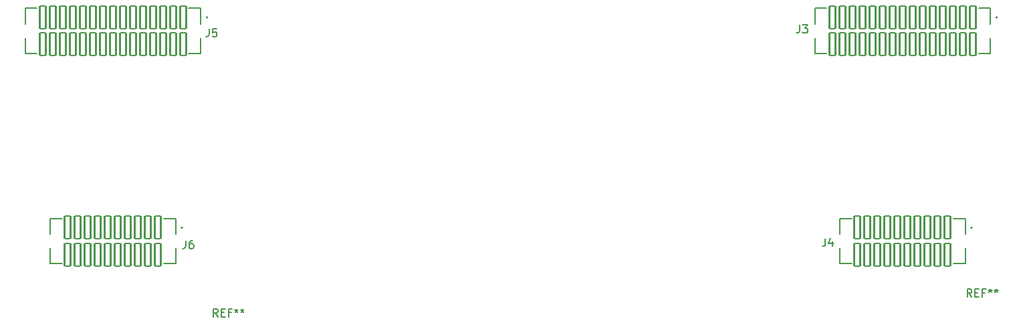
<source format=gto>
%TF.GenerationSoftware,KiCad,Pcbnew,8.0.3-8.0.3-0~ubuntu24.04.1*%
%TF.CreationDate,2024-07-09T09:34:28+02:00*%
%TF.ProjectId,MainBoard,4d61696e-426f-4617-9264-2e6b69636164,rev?*%
%TF.SameCoordinates,Original*%
%TF.FileFunction,Legend,Top*%
%TF.FilePolarity,Positive*%
%FSLAX46Y46*%
G04 Gerber Fmt 4.6, Leading zero omitted, Abs format (unit mm)*
G04 Created by KiCad (PCBNEW 8.0.3-8.0.3-0~ubuntu24.04.1) date 2024-07-09 09:34:28*
%MOMM*%
%LPD*%
G01*
G04 APERTURE LIST*
G04 Aperture macros list*
%AMRoundRect*
0 Rectangle with rounded corners*
0 $1 Rounding radius*
0 $2 $3 $4 $5 $6 $7 $8 $9 X,Y pos of 4 corners*
0 Add a 4 corners polygon primitive as box body*
4,1,4,$2,$3,$4,$5,$6,$7,$8,$9,$2,$3,0*
0 Add four circle primitives for the rounded corners*
1,1,$1+$1,$2,$3*
1,1,$1+$1,$4,$5*
1,1,$1+$1,$6,$7*
1,1,$1+$1,$8,$9*
0 Add four rect primitives between the rounded corners*
20,1,$1+$1,$2,$3,$4,$5,0*
20,1,$1+$1,$4,$5,$6,$7,0*
20,1,$1+$1,$6,$7,$8,$9,0*
20,1,$1+$1,$8,$9,$2,$3,0*%
G04 Aperture macros list end*
%ADD10C,0.150000*%
%ADD11C,0.200000*%
%ADD12C,1.190000*%
%ADD13RoundRect,0.102000X0.370000X1.460000X-0.370000X1.460000X-0.370000X-1.460000X0.370000X-1.460000X0*%
%ADD14C,3.500000*%
%ADD15C,1.420000*%
G04 APERTURE END LIST*
D10*
X50116666Y-95054819D02*
X50116666Y-95769104D01*
X50116666Y-95769104D02*
X50069047Y-95911961D01*
X50069047Y-95911961D02*
X49973809Y-96007200D01*
X49973809Y-96007200D02*
X49830952Y-96054819D01*
X49830952Y-96054819D02*
X49735714Y-96054819D01*
X51021428Y-95054819D02*
X50830952Y-95054819D01*
X50830952Y-95054819D02*
X50735714Y-95102438D01*
X50735714Y-95102438D02*
X50688095Y-95150057D01*
X50688095Y-95150057D02*
X50592857Y-95292914D01*
X50592857Y-95292914D02*
X50545238Y-95483390D01*
X50545238Y-95483390D02*
X50545238Y-95864342D01*
X50545238Y-95864342D02*
X50592857Y-95959580D01*
X50592857Y-95959580D02*
X50640476Y-96007200D01*
X50640476Y-96007200D02*
X50735714Y-96054819D01*
X50735714Y-96054819D02*
X50926190Y-96054819D01*
X50926190Y-96054819D02*
X51021428Y-96007200D01*
X51021428Y-96007200D02*
X51069047Y-95959580D01*
X51069047Y-95959580D02*
X51116666Y-95864342D01*
X51116666Y-95864342D02*
X51116666Y-95626247D01*
X51116666Y-95626247D02*
X51069047Y-95531009D01*
X51069047Y-95531009D02*
X51021428Y-95483390D01*
X51021428Y-95483390D02*
X50926190Y-95435771D01*
X50926190Y-95435771D02*
X50735714Y-95435771D01*
X50735714Y-95435771D02*
X50640476Y-95483390D01*
X50640476Y-95483390D02*
X50592857Y-95531009D01*
X50592857Y-95531009D02*
X50545238Y-95626247D01*
X54191666Y-104679819D02*
X53858333Y-104203628D01*
X53620238Y-104679819D02*
X53620238Y-103679819D01*
X53620238Y-103679819D02*
X54001190Y-103679819D01*
X54001190Y-103679819D02*
X54096428Y-103727438D01*
X54096428Y-103727438D02*
X54144047Y-103775057D01*
X54144047Y-103775057D02*
X54191666Y-103870295D01*
X54191666Y-103870295D02*
X54191666Y-104013152D01*
X54191666Y-104013152D02*
X54144047Y-104108390D01*
X54144047Y-104108390D02*
X54096428Y-104156009D01*
X54096428Y-104156009D02*
X54001190Y-104203628D01*
X54001190Y-104203628D02*
X53620238Y-104203628D01*
X54620238Y-104156009D02*
X54953571Y-104156009D01*
X55096428Y-104679819D02*
X54620238Y-104679819D01*
X54620238Y-104679819D02*
X54620238Y-103679819D01*
X54620238Y-103679819D02*
X55096428Y-103679819D01*
X55858333Y-104156009D02*
X55525000Y-104156009D01*
X55525000Y-104679819D02*
X55525000Y-103679819D01*
X55525000Y-103679819D02*
X56001190Y-103679819D01*
X56525000Y-103679819D02*
X56525000Y-103917914D01*
X56286905Y-103822676D02*
X56525000Y-103917914D01*
X56525000Y-103917914D02*
X56763095Y-103822676D01*
X56382143Y-104108390D02*
X56525000Y-103917914D01*
X56525000Y-103917914D02*
X56667857Y-104108390D01*
X57286905Y-103679819D02*
X57286905Y-103917914D01*
X57048810Y-103822676D02*
X57286905Y-103917914D01*
X57286905Y-103917914D02*
X57525000Y-103822676D01*
X57144048Y-104108390D02*
X57286905Y-103917914D01*
X57286905Y-103917914D02*
X57429762Y-104108390D01*
X131091666Y-94779819D02*
X131091666Y-95494104D01*
X131091666Y-95494104D02*
X131044047Y-95636961D01*
X131044047Y-95636961D02*
X130948809Y-95732200D01*
X130948809Y-95732200D02*
X130805952Y-95779819D01*
X130805952Y-95779819D02*
X130710714Y-95779819D01*
X131996428Y-95113152D02*
X131996428Y-95779819D01*
X131758333Y-94732200D02*
X131520238Y-95446485D01*
X131520238Y-95446485D02*
X132139285Y-95446485D01*
X127841666Y-67754819D02*
X127841666Y-68469104D01*
X127841666Y-68469104D02*
X127794047Y-68611961D01*
X127794047Y-68611961D02*
X127698809Y-68707200D01*
X127698809Y-68707200D02*
X127555952Y-68754819D01*
X127555952Y-68754819D02*
X127460714Y-68754819D01*
X128222619Y-67754819D02*
X128841666Y-67754819D01*
X128841666Y-67754819D02*
X128508333Y-68135771D01*
X128508333Y-68135771D02*
X128651190Y-68135771D01*
X128651190Y-68135771D02*
X128746428Y-68183390D01*
X128746428Y-68183390D02*
X128794047Y-68231009D01*
X128794047Y-68231009D02*
X128841666Y-68326247D01*
X128841666Y-68326247D02*
X128841666Y-68564342D01*
X128841666Y-68564342D02*
X128794047Y-68659580D01*
X128794047Y-68659580D02*
X128746428Y-68707200D01*
X128746428Y-68707200D02*
X128651190Y-68754819D01*
X128651190Y-68754819D02*
X128365476Y-68754819D01*
X128365476Y-68754819D02*
X128270238Y-68707200D01*
X128270238Y-68707200D02*
X128222619Y-68659580D01*
X149641666Y-102179819D02*
X149308333Y-101703628D01*
X149070238Y-102179819D02*
X149070238Y-101179819D01*
X149070238Y-101179819D02*
X149451190Y-101179819D01*
X149451190Y-101179819D02*
X149546428Y-101227438D01*
X149546428Y-101227438D02*
X149594047Y-101275057D01*
X149594047Y-101275057D02*
X149641666Y-101370295D01*
X149641666Y-101370295D02*
X149641666Y-101513152D01*
X149641666Y-101513152D02*
X149594047Y-101608390D01*
X149594047Y-101608390D02*
X149546428Y-101656009D01*
X149546428Y-101656009D02*
X149451190Y-101703628D01*
X149451190Y-101703628D02*
X149070238Y-101703628D01*
X150070238Y-101656009D02*
X150403571Y-101656009D01*
X150546428Y-102179819D02*
X150070238Y-102179819D01*
X150070238Y-102179819D02*
X150070238Y-101179819D01*
X150070238Y-101179819D02*
X150546428Y-101179819D01*
X151308333Y-101656009D02*
X150975000Y-101656009D01*
X150975000Y-102179819D02*
X150975000Y-101179819D01*
X150975000Y-101179819D02*
X151451190Y-101179819D01*
X151975000Y-101179819D02*
X151975000Y-101417914D01*
X151736905Y-101322676D02*
X151975000Y-101417914D01*
X151975000Y-101417914D02*
X152213095Y-101322676D01*
X151832143Y-101608390D02*
X151975000Y-101417914D01*
X151975000Y-101417914D02*
X152117857Y-101608390D01*
X152736905Y-101179819D02*
X152736905Y-101417914D01*
X152498810Y-101322676D02*
X152736905Y-101417914D01*
X152736905Y-101417914D02*
X152975000Y-101322676D01*
X152594048Y-101608390D02*
X152736905Y-101417914D01*
X152736905Y-101417914D02*
X152879762Y-101608390D01*
X53066666Y-68229819D02*
X53066666Y-68944104D01*
X53066666Y-68944104D02*
X53019047Y-69086961D01*
X53019047Y-69086961D02*
X52923809Y-69182200D01*
X52923809Y-69182200D02*
X52780952Y-69229819D01*
X52780952Y-69229819D02*
X52685714Y-69229819D01*
X54019047Y-68229819D02*
X53542857Y-68229819D01*
X53542857Y-68229819D02*
X53495238Y-68706009D01*
X53495238Y-68706009D02*
X53542857Y-68658390D01*
X53542857Y-68658390D02*
X53638095Y-68610771D01*
X53638095Y-68610771D02*
X53876190Y-68610771D01*
X53876190Y-68610771D02*
X53971428Y-68658390D01*
X53971428Y-68658390D02*
X54019047Y-68706009D01*
X54019047Y-68706009D02*
X54066666Y-68801247D01*
X54066666Y-68801247D02*
X54066666Y-69039342D01*
X54066666Y-69039342D02*
X54019047Y-69134580D01*
X54019047Y-69134580D02*
X53971428Y-69182200D01*
X53971428Y-69182200D02*
X53876190Y-69229819D01*
X53876190Y-69229819D02*
X53638095Y-69229819D01*
X53638095Y-69229819D02*
X53542857Y-69182200D01*
X53542857Y-69182200D02*
X53495238Y-69134580D01*
D11*
X32955000Y-92250000D02*
X32955000Y-94228920D01*
X32955000Y-95991080D02*
X32955000Y-97970000D01*
X34460000Y-92250000D02*
X32955000Y-92250000D01*
X34460000Y-97970000D02*
X32955000Y-97970000D01*
X47330000Y-92250000D02*
X48835000Y-92250000D01*
X48835000Y-94228920D02*
X48835000Y-92250000D01*
X48835000Y-97970000D02*
X47330000Y-97970000D01*
X48835000Y-97970000D02*
X48835000Y-95991080D01*
X49720000Y-93395000D02*
G75*
G02*
X49520000Y-93395000I-100000J0D01*
G01*
X49520000Y-93395000D02*
G75*
G02*
X49720000Y-93395000I100000J0D01*
G01*
X132955000Y-92250000D02*
X132955000Y-94228920D01*
X132955000Y-95991080D02*
X132955000Y-97970000D01*
X134460000Y-92250000D02*
X132955000Y-92250000D01*
X134460000Y-97970000D02*
X132955000Y-97970000D01*
X147330000Y-92250000D02*
X148835000Y-92250000D01*
X148835000Y-94228920D02*
X148835000Y-92250000D01*
X148835000Y-97970000D02*
X147330000Y-97970000D01*
X148835000Y-97970000D02*
X148835000Y-95991080D01*
X149720000Y-93395000D02*
G75*
G02*
X149520000Y-93395000I-100000J0D01*
G01*
X149520000Y-93395000D02*
G75*
G02*
X149720000Y-93395000I100000J0D01*
G01*
X129780000Y-65640000D02*
X129780000Y-67618920D01*
X129780000Y-69381080D02*
X129780000Y-71360000D01*
X131285000Y-65640000D02*
X129780000Y-65640000D01*
X131285000Y-71360000D02*
X129780000Y-71360000D01*
X150505000Y-65640000D02*
X152010000Y-65640000D01*
X152010000Y-67618920D02*
X152010000Y-65640000D01*
X152010000Y-71360000D02*
X150505000Y-71360000D01*
X152010000Y-71360000D02*
X152010000Y-69381080D01*
X152895000Y-66785000D02*
G75*
G02*
X152695000Y-66785000I-100000J0D01*
G01*
X152695000Y-66785000D02*
G75*
G02*
X152895000Y-66785000I100000J0D01*
G01*
X29780000Y-65640000D02*
X29780000Y-67618920D01*
X29780000Y-69381080D02*
X29780000Y-71360000D01*
X31285000Y-65640000D02*
X29780000Y-65640000D01*
X31285000Y-71360000D02*
X29780000Y-71360000D01*
X50505000Y-65640000D02*
X52010000Y-65640000D01*
X52010000Y-67618920D02*
X52010000Y-65640000D01*
X52010000Y-71360000D02*
X50505000Y-71360000D01*
X52010000Y-71360000D02*
X52010000Y-69381080D01*
X52895000Y-66785000D02*
G75*
G02*
X52695000Y-66785000I-100000J0D01*
G01*
X52695000Y-66785000D02*
G75*
G02*
X52895000Y-66785000I100000J0D01*
G01*
%LPC*%
D12*
X48200000Y-95110000D03*
X33590000Y-95110000D03*
D13*
X46610000Y-93395000D03*
X46610000Y-96825000D03*
X45340000Y-93395000D03*
X45340000Y-96825000D03*
X44070000Y-93395000D03*
X44070000Y-96825000D03*
X42800000Y-93395000D03*
X42800000Y-96825000D03*
X41530000Y-93395000D03*
X41530000Y-96825000D03*
X40260000Y-93395000D03*
X40260000Y-96825000D03*
X38990000Y-93395000D03*
X38990000Y-96825000D03*
X37720000Y-93395000D03*
X37720000Y-96825000D03*
X36450000Y-93395000D03*
X36450000Y-96825000D03*
X35180000Y-93395000D03*
X35180000Y-96825000D03*
D14*
X145140000Y-47210000D03*
X49140000Y-104210000D03*
X49140000Y-47210000D03*
D12*
X148200000Y-95110000D03*
X133590000Y-95110000D03*
D13*
X146610000Y-93395000D03*
X146610000Y-96825000D03*
X145340000Y-93395000D03*
X145340000Y-96825000D03*
X144070000Y-93395000D03*
X144070000Y-96825000D03*
X142800000Y-93395000D03*
X142800000Y-96825000D03*
X141530000Y-93395000D03*
X141530000Y-96825000D03*
X140260000Y-93395000D03*
X140260000Y-96825000D03*
X138990000Y-93395000D03*
X138990000Y-96825000D03*
X137720000Y-93395000D03*
X137720000Y-96825000D03*
X136450000Y-93395000D03*
X136450000Y-96825000D03*
X135180000Y-93395000D03*
X135180000Y-96825000D03*
D12*
X151375000Y-68500000D03*
X130415000Y-68500000D03*
D13*
X149785000Y-66785000D03*
X149785000Y-70215000D03*
X148515000Y-66785000D03*
X148515000Y-70215000D03*
X147245000Y-66785000D03*
X147245000Y-70215000D03*
X145975000Y-66785000D03*
X145975000Y-70215000D03*
X144705000Y-66785000D03*
X144705000Y-70215000D03*
X143435000Y-66785000D03*
X143435000Y-70215000D03*
X142165000Y-66785000D03*
X142165000Y-70215000D03*
X140895000Y-66785000D03*
X140895000Y-70215000D03*
X139625000Y-66785000D03*
X139625000Y-70215000D03*
X138355000Y-66785000D03*
X138355000Y-70215000D03*
X137085000Y-66785000D03*
X137085000Y-70215000D03*
X135815000Y-66785000D03*
X135815000Y-70215000D03*
X134545000Y-66785000D03*
X134545000Y-70215000D03*
X133275000Y-66785000D03*
X133275000Y-70215000D03*
X132005000Y-66785000D03*
X132005000Y-70215000D03*
D14*
X145140000Y-104210000D03*
D12*
X51375000Y-68500000D03*
X30415000Y-68500000D03*
D13*
X49785000Y-66785000D03*
X49785000Y-70215000D03*
X48515000Y-66785000D03*
X48515000Y-70215000D03*
X47245000Y-66785000D03*
X47245000Y-70215000D03*
X45975000Y-66785000D03*
X45975000Y-70215000D03*
X44705000Y-66785000D03*
X44705000Y-70215000D03*
X43435000Y-66785000D03*
X43435000Y-70215000D03*
X42165000Y-66785000D03*
X42165000Y-70215000D03*
X40895000Y-66785000D03*
X40895000Y-70215000D03*
X39625000Y-66785000D03*
X39625000Y-70215000D03*
X38355000Y-66785000D03*
X38355000Y-70215000D03*
X37085000Y-66785000D03*
X37085000Y-70215000D03*
X35815000Y-66785000D03*
X35815000Y-70215000D03*
X34545000Y-66785000D03*
X34545000Y-70215000D03*
X33275000Y-66785000D03*
X33275000Y-70215000D03*
X32005000Y-66785000D03*
X32005000Y-70215000D03*
D15*
X70255000Y-102210000D03*
X122965000Y-102210000D03*
X70255000Y-49210000D03*
X122965000Y-49210000D03*
%LPD*%
M02*

</source>
